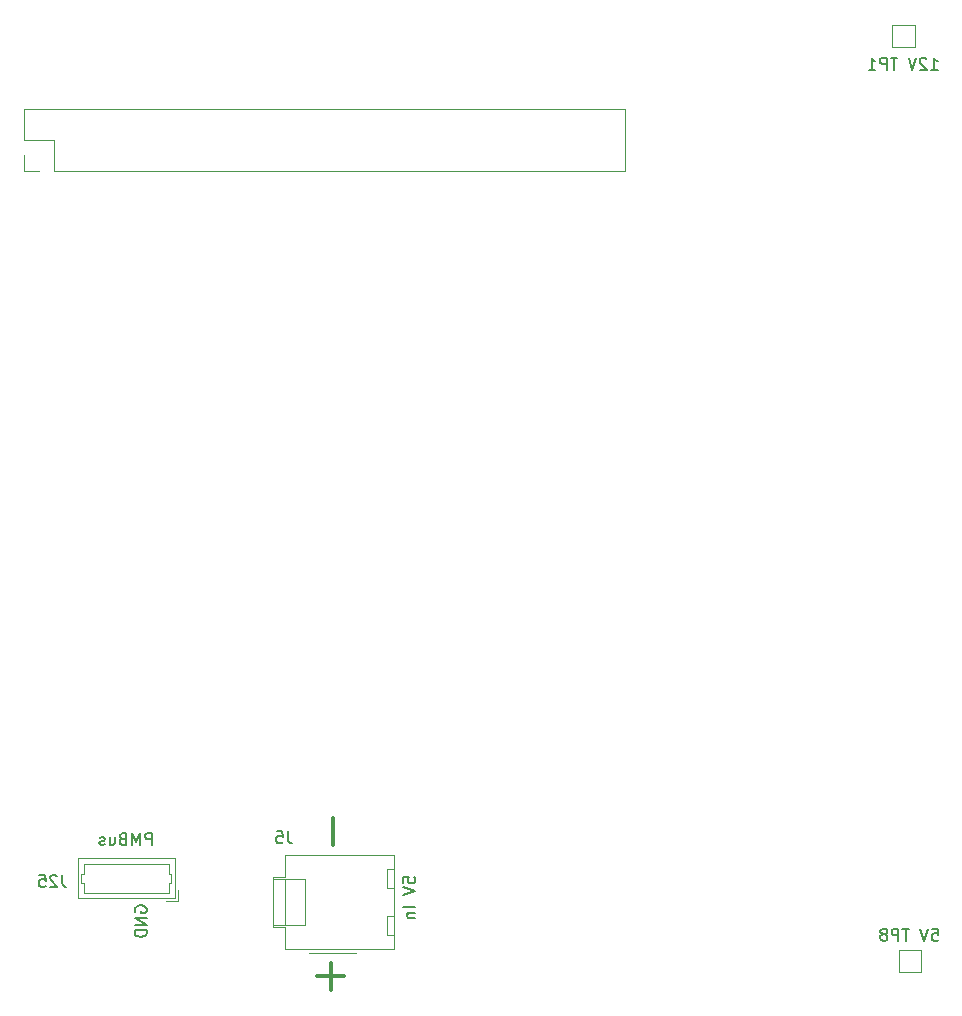
<source format=gbr>
%TF.GenerationSoftware,KiCad,Pcbnew,7.0.9*%
%TF.CreationDate,2024-01-05T06:09:31-08:00*%
%TF.ProjectId,Pi PCB Hat,50692050-4342-4204-9861-742e6b696361,rev?*%
%TF.SameCoordinates,Original*%
%TF.FileFunction,Legend,Bot*%
%TF.FilePolarity,Positive*%
%FSLAX46Y46*%
G04 Gerber Fmt 4.6, Leading zero omitted, Abs format (unit mm)*
G04 Created by KiCad (PCBNEW 7.0.9) date 2024-01-05 06:09:31*
%MOMM*%
%LPD*%
G01*
G04 APERTURE LIST*
%ADD10C,0.150000*%
%ADD11C,0.350000*%
%ADD12C,0.120000*%
G04 APERTURE END LIST*
D10*
X137413220Y-126219819D02*
X137413220Y-125219819D01*
X137413220Y-125219819D02*
X137032268Y-125219819D01*
X137032268Y-125219819D02*
X136937030Y-125267438D01*
X136937030Y-125267438D02*
X136889411Y-125315057D01*
X136889411Y-125315057D02*
X136841792Y-125410295D01*
X136841792Y-125410295D02*
X136841792Y-125553152D01*
X136841792Y-125553152D02*
X136889411Y-125648390D01*
X136889411Y-125648390D02*
X136937030Y-125696009D01*
X136937030Y-125696009D02*
X137032268Y-125743628D01*
X137032268Y-125743628D02*
X137413220Y-125743628D01*
X136413220Y-126219819D02*
X136413220Y-125219819D01*
X136413220Y-125219819D02*
X136079887Y-125934104D01*
X136079887Y-125934104D02*
X135746554Y-125219819D01*
X135746554Y-125219819D02*
X135746554Y-126219819D01*
X134937030Y-125696009D02*
X134794173Y-125743628D01*
X134794173Y-125743628D02*
X134746554Y-125791247D01*
X134746554Y-125791247D02*
X134698935Y-125886485D01*
X134698935Y-125886485D02*
X134698935Y-126029342D01*
X134698935Y-126029342D02*
X134746554Y-126124580D01*
X134746554Y-126124580D02*
X134794173Y-126172200D01*
X134794173Y-126172200D02*
X134889411Y-126219819D01*
X134889411Y-126219819D02*
X135270363Y-126219819D01*
X135270363Y-126219819D02*
X135270363Y-125219819D01*
X135270363Y-125219819D02*
X134937030Y-125219819D01*
X134937030Y-125219819D02*
X134841792Y-125267438D01*
X134841792Y-125267438D02*
X134794173Y-125315057D01*
X134794173Y-125315057D02*
X134746554Y-125410295D01*
X134746554Y-125410295D02*
X134746554Y-125505533D01*
X134746554Y-125505533D02*
X134794173Y-125600771D01*
X134794173Y-125600771D02*
X134841792Y-125648390D01*
X134841792Y-125648390D02*
X134937030Y-125696009D01*
X134937030Y-125696009D02*
X135270363Y-125696009D01*
X133841792Y-125553152D02*
X133841792Y-126219819D01*
X134270363Y-125553152D02*
X134270363Y-126076961D01*
X134270363Y-126076961D02*
X134222744Y-126172200D01*
X134222744Y-126172200D02*
X134127506Y-126219819D01*
X134127506Y-126219819D02*
X133984649Y-126219819D01*
X133984649Y-126219819D02*
X133889411Y-126172200D01*
X133889411Y-126172200D02*
X133841792Y-126124580D01*
X133413220Y-126172200D02*
X133317982Y-126219819D01*
X133317982Y-126219819D02*
X133127506Y-126219819D01*
X133127506Y-126219819D02*
X133032268Y-126172200D01*
X133032268Y-126172200D02*
X132984649Y-126076961D01*
X132984649Y-126076961D02*
X132984649Y-126029342D01*
X132984649Y-126029342D02*
X133032268Y-125934104D01*
X133032268Y-125934104D02*
X133127506Y-125886485D01*
X133127506Y-125886485D02*
X133270363Y-125886485D01*
X133270363Y-125886485D02*
X133365601Y-125838866D01*
X133365601Y-125838866D02*
X133413220Y-125743628D01*
X133413220Y-125743628D02*
X133413220Y-125696009D01*
X133413220Y-125696009D02*
X133365601Y-125600771D01*
X133365601Y-125600771D02*
X133270363Y-125553152D01*
X133270363Y-125553152D02*
X133127506Y-125553152D01*
X133127506Y-125553152D02*
X133032268Y-125600771D01*
D11*
X152778200Y-123894548D02*
X152778200Y-126180263D01*
D10*
X136017438Y-131910588D02*
X135969819Y-131815350D01*
X135969819Y-131815350D02*
X135969819Y-131672493D01*
X135969819Y-131672493D02*
X136017438Y-131529636D01*
X136017438Y-131529636D02*
X136112676Y-131434398D01*
X136112676Y-131434398D02*
X136207914Y-131386779D01*
X136207914Y-131386779D02*
X136398390Y-131339160D01*
X136398390Y-131339160D02*
X136541247Y-131339160D01*
X136541247Y-131339160D02*
X136731723Y-131386779D01*
X136731723Y-131386779D02*
X136826961Y-131434398D01*
X136826961Y-131434398D02*
X136922200Y-131529636D01*
X136922200Y-131529636D02*
X136969819Y-131672493D01*
X136969819Y-131672493D02*
X136969819Y-131767731D01*
X136969819Y-131767731D02*
X136922200Y-131910588D01*
X136922200Y-131910588D02*
X136874580Y-131958207D01*
X136874580Y-131958207D02*
X136541247Y-131958207D01*
X136541247Y-131958207D02*
X136541247Y-131767731D01*
X136969819Y-132386779D02*
X135969819Y-132386779D01*
X135969819Y-132386779D02*
X136969819Y-132958207D01*
X136969819Y-132958207D02*
X135969819Y-132958207D01*
X136969819Y-133434398D02*
X135969819Y-133434398D01*
X135969819Y-133434398D02*
X135969819Y-133672493D01*
X135969819Y-133672493D02*
X136017438Y-133815350D01*
X136017438Y-133815350D02*
X136112676Y-133910588D01*
X136112676Y-133910588D02*
X136207914Y-133958207D01*
X136207914Y-133958207D02*
X136398390Y-134005826D01*
X136398390Y-134005826D02*
X136541247Y-134005826D01*
X136541247Y-134005826D02*
X136731723Y-133958207D01*
X136731723Y-133958207D02*
X136826961Y-133910588D01*
X136826961Y-133910588D02*
X136922200Y-133815350D01*
X136922200Y-133815350D02*
X136969819Y-133672493D01*
X136969819Y-133672493D02*
X136969819Y-133434398D01*
X158719819Y-129412969D02*
X158719819Y-128936779D01*
X158719819Y-128936779D02*
X159196009Y-128889160D01*
X159196009Y-128889160D02*
X159148390Y-128936779D01*
X159148390Y-128936779D02*
X159100771Y-129032017D01*
X159100771Y-129032017D02*
X159100771Y-129270112D01*
X159100771Y-129270112D02*
X159148390Y-129365350D01*
X159148390Y-129365350D02*
X159196009Y-129412969D01*
X159196009Y-129412969D02*
X159291247Y-129460588D01*
X159291247Y-129460588D02*
X159529342Y-129460588D01*
X159529342Y-129460588D02*
X159624580Y-129412969D01*
X159624580Y-129412969D02*
X159672200Y-129365350D01*
X159672200Y-129365350D02*
X159719819Y-129270112D01*
X159719819Y-129270112D02*
X159719819Y-129032017D01*
X159719819Y-129032017D02*
X159672200Y-128936779D01*
X159672200Y-128936779D02*
X159624580Y-128889160D01*
X158719819Y-129746303D02*
X159719819Y-130079636D01*
X159719819Y-130079636D02*
X158719819Y-130412969D01*
X159719819Y-131508208D02*
X158719819Y-131508208D01*
X159053152Y-131984398D02*
X159719819Y-131984398D01*
X159148390Y-131984398D02*
X159100771Y-132032017D01*
X159100771Y-132032017D02*
X159053152Y-132127255D01*
X159053152Y-132127255D02*
X159053152Y-132270112D01*
X159053152Y-132270112D02*
X159100771Y-132365350D01*
X159100771Y-132365350D02*
X159196009Y-132412969D01*
X159196009Y-132412969D02*
X159719819Y-132412969D01*
X203487030Y-133319819D02*
X203963220Y-133319819D01*
X203963220Y-133319819D02*
X204010839Y-133796009D01*
X204010839Y-133796009D02*
X203963220Y-133748390D01*
X203963220Y-133748390D02*
X203867982Y-133700771D01*
X203867982Y-133700771D02*
X203629887Y-133700771D01*
X203629887Y-133700771D02*
X203534649Y-133748390D01*
X203534649Y-133748390D02*
X203487030Y-133796009D01*
X203487030Y-133796009D02*
X203439411Y-133891247D01*
X203439411Y-133891247D02*
X203439411Y-134129342D01*
X203439411Y-134129342D02*
X203487030Y-134224580D01*
X203487030Y-134224580D02*
X203534649Y-134272200D01*
X203534649Y-134272200D02*
X203629887Y-134319819D01*
X203629887Y-134319819D02*
X203867982Y-134319819D01*
X203867982Y-134319819D02*
X203963220Y-134272200D01*
X203963220Y-134272200D02*
X204010839Y-134224580D01*
X203153696Y-133319819D02*
X202820363Y-134319819D01*
X202820363Y-134319819D02*
X202487030Y-133319819D01*
X201534648Y-133319819D02*
X200963220Y-133319819D01*
X201248934Y-134319819D02*
X201248934Y-133319819D01*
X200629886Y-134319819D02*
X200629886Y-133319819D01*
X200629886Y-133319819D02*
X200248934Y-133319819D01*
X200248934Y-133319819D02*
X200153696Y-133367438D01*
X200153696Y-133367438D02*
X200106077Y-133415057D01*
X200106077Y-133415057D02*
X200058458Y-133510295D01*
X200058458Y-133510295D02*
X200058458Y-133653152D01*
X200058458Y-133653152D02*
X200106077Y-133748390D01*
X200106077Y-133748390D02*
X200153696Y-133796009D01*
X200153696Y-133796009D02*
X200248934Y-133843628D01*
X200248934Y-133843628D02*
X200629886Y-133843628D01*
X199487029Y-133748390D02*
X199582267Y-133700771D01*
X199582267Y-133700771D02*
X199629886Y-133653152D01*
X199629886Y-133653152D02*
X199677505Y-133557914D01*
X199677505Y-133557914D02*
X199677505Y-133510295D01*
X199677505Y-133510295D02*
X199629886Y-133415057D01*
X199629886Y-133415057D02*
X199582267Y-133367438D01*
X199582267Y-133367438D02*
X199487029Y-133319819D01*
X199487029Y-133319819D02*
X199296553Y-133319819D01*
X199296553Y-133319819D02*
X199201315Y-133367438D01*
X199201315Y-133367438D02*
X199153696Y-133415057D01*
X199153696Y-133415057D02*
X199106077Y-133510295D01*
X199106077Y-133510295D02*
X199106077Y-133557914D01*
X199106077Y-133557914D02*
X199153696Y-133653152D01*
X199153696Y-133653152D02*
X199201315Y-133700771D01*
X199201315Y-133700771D02*
X199296553Y-133748390D01*
X199296553Y-133748390D02*
X199487029Y-133748390D01*
X199487029Y-133748390D02*
X199582267Y-133796009D01*
X199582267Y-133796009D02*
X199629886Y-133843628D01*
X199629886Y-133843628D02*
X199677505Y-133938866D01*
X199677505Y-133938866D02*
X199677505Y-134129342D01*
X199677505Y-134129342D02*
X199629886Y-134224580D01*
X199629886Y-134224580D02*
X199582267Y-134272200D01*
X199582267Y-134272200D02*
X199487029Y-134319819D01*
X199487029Y-134319819D02*
X199296553Y-134319819D01*
X199296553Y-134319819D02*
X199201315Y-134272200D01*
X199201315Y-134272200D02*
X199153696Y-134224580D01*
X199153696Y-134224580D02*
X199106077Y-134129342D01*
X199106077Y-134129342D02*
X199106077Y-133938866D01*
X199106077Y-133938866D02*
X199153696Y-133843628D01*
X199153696Y-133843628D02*
X199201315Y-133796009D01*
X199201315Y-133796009D02*
X199296553Y-133748390D01*
D11*
X153705451Y-137328200D02*
X151419737Y-137328200D01*
X152562594Y-136185342D02*
X152562594Y-138471057D01*
D10*
X203389411Y-60569819D02*
X203960839Y-60569819D01*
X203675125Y-60569819D02*
X203675125Y-59569819D01*
X203675125Y-59569819D02*
X203770363Y-59712676D01*
X203770363Y-59712676D02*
X203865601Y-59807914D01*
X203865601Y-59807914D02*
X203960839Y-59855533D01*
X203008458Y-59665057D02*
X202960839Y-59617438D01*
X202960839Y-59617438D02*
X202865601Y-59569819D01*
X202865601Y-59569819D02*
X202627506Y-59569819D01*
X202627506Y-59569819D02*
X202532268Y-59617438D01*
X202532268Y-59617438D02*
X202484649Y-59665057D01*
X202484649Y-59665057D02*
X202437030Y-59760295D01*
X202437030Y-59760295D02*
X202437030Y-59855533D01*
X202437030Y-59855533D02*
X202484649Y-59998390D01*
X202484649Y-59998390D02*
X203056077Y-60569819D01*
X203056077Y-60569819D02*
X202437030Y-60569819D01*
X202151315Y-59569819D02*
X201817982Y-60569819D01*
X201817982Y-60569819D02*
X201484649Y-59569819D01*
X200532267Y-59569819D02*
X199960839Y-59569819D01*
X200246553Y-60569819D02*
X200246553Y-59569819D01*
X199627505Y-60569819D02*
X199627505Y-59569819D01*
X199627505Y-59569819D02*
X199246553Y-59569819D01*
X199246553Y-59569819D02*
X199151315Y-59617438D01*
X199151315Y-59617438D02*
X199103696Y-59665057D01*
X199103696Y-59665057D02*
X199056077Y-59760295D01*
X199056077Y-59760295D02*
X199056077Y-59903152D01*
X199056077Y-59903152D02*
X199103696Y-59998390D01*
X199103696Y-59998390D02*
X199151315Y-60046009D01*
X199151315Y-60046009D02*
X199246553Y-60093628D01*
X199246553Y-60093628D02*
X199627505Y-60093628D01*
X198103696Y-60569819D02*
X198675124Y-60569819D01*
X198389410Y-60569819D02*
X198389410Y-59569819D01*
X198389410Y-59569819D02*
X198484648Y-59712676D01*
X198484648Y-59712676D02*
X198579886Y-59807914D01*
X198579886Y-59807914D02*
X198675124Y-59855533D01*
X129809523Y-128754819D02*
X129809523Y-129469104D01*
X129809523Y-129469104D02*
X129857142Y-129611961D01*
X129857142Y-129611961D02*
X129952380Y-129707200D01*
X129952380Y-129707200D02*
X130095237Y-129754819D01*
X130095237Y-129754819D02*
X130190475Y-129754819D01*
X129380951Y-128850057D02*
X129333332Y-128802438D01*
X129333332Y-128802438D02*
X129238094Y-128754819D01*
X129238094Y-128754819D02*
X128999999Y-128754819D01*
X128999999Y-128754819D02*
X128904761Y-128802438D01*
X128904761Y-128802438D02*
X128857142Y-128850057D01*
X128857142Y-128850057D02*
X128809523Y-128945295D01*
X128809523Y-128945295D02*
X128809523Y-129040533D01*
X128809523Y-129040533D02*
X128857142Y-129183390D01*
X128857142Y-129183390D02*
X129428570Y-129754819D01*
X129428570Y-129754819D02*
X128809523Y-129754819D01*
X127904761Y-128754819D02*
X128380951Y-128754819D01*
X128380951Y-128754819D02*
X128428570Y-129231009D01*
X128428570Y-129231009D02*
X128380951Y-129183390D01*
X128380951Y-129183390D02*
X128285713Y-129135771D01*
X128285713Y-129135771D02*
X128047618Y-129135771D01*
X128047618Y-129135771D02*
X127952380Y-129183390D01*
X127952380Y-129183390D02*
X127904761Y-129231009D01*
X127904761Y-129231009D02*
X127857142Y-129326247D01*
X127857142Y-129326247D02*
X127857142Y-129564342D01*
X127857142Y-129564342D02*
X127904761Y-129659580D01*
X127904761Y-129659580D02*
X127952380Y-129707200D01*
X127952380Y-129707200D02*
X128047618Y-129754819D01*
X128047618Y-129754819D02*
X128285713Y-129754819D01*
X128285713Y-129754819D02*
X128380951Y-129707200D01*
X128380951Y-129707200D02*
X128428570Y-129659580D01*
X148933333Y-125054819D02*
X148933333Y-125769104D01*
X148933333Y-125769104D02*
X148980952Y-125911961D01*
X148980952Y-125911961D02*
X149076190Y-126007200D01*
X149076190Y-126007200D02*
X149219047Y-126054819D01*
X149219047Y-126054819D02*
X149314285Y-126054819D01*
X147980952Y-125054819D02*
X148457142Y-125054819D01*
X148457142Y-125054819D02*
X148504761Y-125531009D01*
X148504761Y-125531009D02*
X148457142Y-125483390D01*
X148457142Y-125483390D02*
X148361904Y-125435771D01*
X148361904Y-125435771D02*
X148123809Y-125435771D01*
X148123809Y-125435771D02*
X148028571Y-125483390D01*
X148028571Y-125483390D02*
X147980952Y-125531009D01*
X147980952Y-125531009D02*
X147933333Y-125626247D01*
X147933333Y-125626247D02*
X147933333Y-125864342D01*
X147933333Y-125864342D02*
X147980952Y-125959580D01*
X147980952Y-125959580D02*
X148028571Y-126007200D01*
X148028571Y-126007200D02*
X148123809Y-126054819D01*
X148123809Y-126054819D02*
X148361904Y-126054819D01*
X148361904Y-126054819D02*
X148457142Y-126007200D01*
X148457142Y-126007200D02*
X148504761Y-125959580D01*
D12*
%TO.C,J25*%
X139650000Y-131000000D02*
X139650000Y-130000000D01*
X139650000Y-131000000D02*
X138650000Y-131000000D01*
X139360000Y-130710000D02*
X131140000Y-130710000D01*
X139360000Y-127290000D02*
X139360000Y-130710000D01*
X139050000Y-129450000D02*
X139050000Y-128650000D01*
X139050000Y-128650000D02*
X138850000Y-128650000D01*
X138850000Y-130200000D02*
X138850000Y-130300000D01*
X138850000Y-130200000D02*
X138850000Y-129450000D01*
X138850000Y-129450000D02*
X139050000Y-129450000D01*
X138850000Y-128650000D02*
X138850000Y-127800000D01*
X138850000Y-127800000D02*
X135250000Y-127800000D01*
X135250000Y-130300000D02*
X138850000Y-130300000D01*
X135250000Y-130300000D02*
X131650000Y-130300000D01*
X131650000Y-130200000D02*
X131650000Y-130300000D01*
X131650000Y-130200000D02*
X131650000Y-129450000D01*
X131650000Y-129450000D02*
X131450000Y-129450000D01*
X131650000Y-128650000D02*
X131650000Y-127800000D01*
X131650000Y-127800000D02*
X135250000Y-127800000D01*
X131450000Y-129450000D02*
X131450000Y-128650000D01*
X131450000Y-128650000D02*
X131650000Y-128650000D01*
X131140000Y-130710000D02*
X131140000Y-127290000D01*
X131140000Y-127290000D02*
X139360000Y-127290000D01*
%TO.C,TP8*%
X202550000Y-137000000D02*
X202550000Y-135100000D01*
X202550000Y-135100000D02*
X200650000Y-135100000D01*
X200650000Y-137000000D02*
X202550000Y-137000000D01*
X200650000Y-135100000D02*
X200650000Y-137000000D01*
%TO.C,J1*%
X177485000Y-63925000D02*
X177485000Y-69125000D01*
X126565000Y-63925000D02*
X177485000Y-63925000D01*
X126565000Y-63925000D02*
X126565000Y-66525000D01*
X129165000Y-66525000D02*
X129165000Y-69125000D01*
X126565000Y-66525000D02*
X129165000Y-66525000D01*
X126565000Y-67795000D02*
X126565000Y-69125000D01*
X129165000Y-69125000D02*
X177485000Y-69125000D01*
X126565000Y-69125000D02*
X127895000Y-69125000D01*
%TO.C,J5*%
X154695000Y-135340000D02*
X150695000Y-135340000D01*
X148690000Y-135050000D02*
X157915000Y-135050000D01*
X157915000Y-135050000D02*
X157915000Y-127050000D01*
X157315000Y-133830000D02*
X157315000Y-132230000D01*
X157915000Y-133830000D02*
X157315000Y-133830000D01*
X147685000Y-133145000D02*
X148690000Y-133145000D01*
X148690000Y-133145000D02*
X148690000Y-135050000D01*
X147685000Y-133030000D02*
X148685000Y-133030000D01*
X148685000Y-133030000D02*
X150355000Y-133030000D01*
X148685000Y-133030000D02*
X148685000Y-129070000D01*
X150355000Y-133030000D02*
X150355000Y-129070000D01*
X157315000Y-132230000D02*
X157915000Y-132230000D01*
X157315000Y-129870000D02*
X157315000Y-128270000D01*
X157915000Y-129870000D02*
X157315000Y-129870000D01*
X148685000Y-129070000D02*
X147685000Y-129070000D01*
X150355000Y-129070000D02*
X148685000Y-129070000D01*
X147685000Y-128955000D02*
X147685000Y-133145000D01*
X148690000Y-128955000D02*
X147685000Y-128955000D01*
X157315000Y-128270000D02*
X157915000Y-128270000D01*
X148690000Y-127050000D02*
X148690000Y-128955000D01*
X157915000Y-127050000D02*
X148690000Y-127050000D01*
%TO.C,TP1*%
X202000000Y-58650000D02*
X202000000Y-56750000D01*
X202000000Y-56750000D02*
X200100000Y-56750000D01*
X200100000Y-58650000D02*
X202000000Y-58650000D01*
X200100000Y-56750000D02*
X200100000Y-58650000D01*
%TD*%
M02*

</source>
